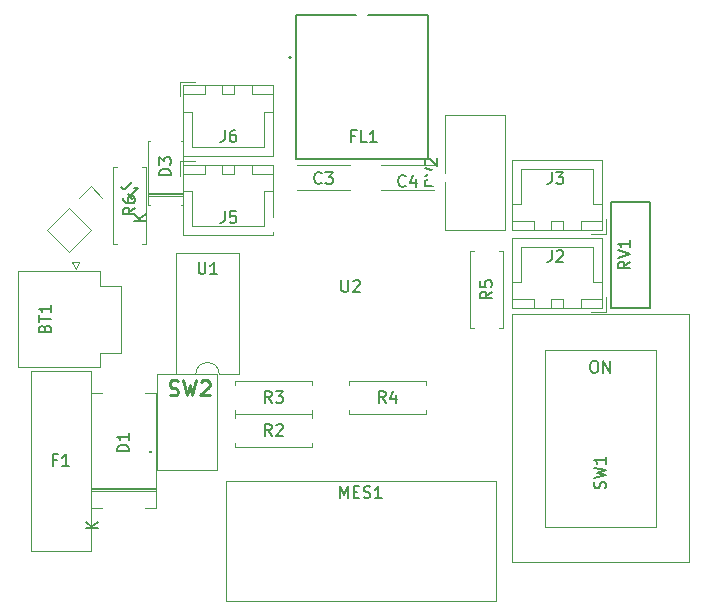
<source format=gto>
G04 #@! TF.GenerationSoftware,KiCad,Pcbnew,(5.1.10)-1*
G04 #@! TF.CreationDate,2022-02-14T20:21:52+09:00*
G04 #@! TF.ProjectId,Integrated_Power_Board,496e7465-6772-4617-9465-645f506f7765,rev?*
G04 #@! TF.SameCoordinates,Original*
G04 #@! TF.FileFunction,Legend,Top*
G04 #@! TF.FilePolarity,Positive*
%FSLAX46Y46*%
G04 Gerber Fmt 4.6, Leading zero omitted, Abs format (unit mm)*
G04 Created by KiCad (PCBNEW (5.1.10)-1) date 2022-02-14 20:21:52*
%MOMM*%
%LPD*%
G01*
G04 APERTURE LIST*
%ADD10C,0.120000*%
%ADD11C,0.200000*%
%ADD12C,0.100000*%
%ADD13C,0.127000*%
%ADD14C,0.150000*%
%ADD15C,0.254000*%
%ADD16O,1.700000X2.000000*%
%ADD17O,2.700000X1.500000*%
%ADD18O,1.600000X1.600000*%
%ADD19C,1.635000*%
%ADD20C,1.600000*%
%ADD21C,1.800000*%
%ADD22R,1.800000X1.800000*%
%ADD23O,4.000000X2.000000*%
%ADD24C,1.440000*%
%ADD25R,2.200000X2.200000*%
%ADD26O,2.200000X2.200000*%
%ADD27R,3.200000X3.200000*%
%ADD28O,3.200000X3.200000*%
%ADD29C,2.700000*%
G04 APERTURE END LIST*
D10*
X126365000Y-86638096D02*
X127305452Y-87578548D01*
X125424548Y-87578548D02*
X126365000Y-86638096D01*
X124526522Y-88476574D02*
X126407426Y-90357478D01*
X126407426Y-90357478D02*
X124568949Y-92195955D01*
X124526522Y-88476574D02*
X122688045Y-90315051D01*
X122688045Y-90315051D02*
X124568949Y-92195955D01*
X134219000Y-78058000D02*
X134219000Y-84028000D01*
X134219000Y-84028000D02*
X141839000Y-84028000D01*
X141839000Y-84028000D02*
X141839000Y-78058000D01*
X141839000Y-78058000D02*
X134219000Y-78058000D01*
X137529000Y-78068000D02*
X137529000Y-78818000D01*
X137529000Y-78818000D02*
X138529000Y-78818000D01*
X138529000Y-78818000D02*
X138529000Y-78068000D01*
X138529000Y-78068000D02*
X137529000Y-78068000D01*
X134229000Y-78068000D02*
X134229000Y-78818000D01*
X134229000Y-78818000D02*
X136029000Y-78818000D01*
X136029000Y-78818000D02*
X136029000Y-78068000D01*
X136029000Y-78068000D02*
X134229000Y-78068000D01*
X140029000Y-78068000D02*
X140029000Y-78818000D01*
X140029000Y-78818000D02*
X141829000Y-78818000D01*
X141829000Y-78818000D02*
X141829000Y-78068000D01*
X141829000Y-78068000D02*
X140029000Y-78068000D01*
X134229000Y-80318000D02*
X134979000Y-80318000D01*
X134979000Y-80318000D02*
X134979000Y-83268000D01*
X134979000Y-83268000D02*
X138029000Y-83268000D01*
X141829000Y-80318000D02*
X141079000Y-80318000D01*
X141079000Y-80318000D02*
X141079000Y-83268000D01*
X141079000Y-83268000D02*
X138029000Y-83268000D01*
X135179000Y-77768000D02*
X133929000Y-77768000D01*
X133929000Y-77768000D02*
X133929000Y-79018000D01*
X121285000Y-109855000D02*
X121285000Y-117475000D01*
X121285000Y-117475000D02*
X126365000Y-117475000D01*
X126365000Y-117475000D02*
X126365000Y-109855000D01*
X126365000Y-109855000D02*
X126365000Y-102235000D01*
X126365000Y-102235000D02*
X121285000Y-102235000D01*
X121285000Y-102235000D02*
X121285000Y-109855000D01*
X137271000Y-102549000D02*
X138921000Y-102549000D01*
X138921000Y-102549000D02*
X138921000Y-92269000D01*
X138921000Y-92269000D02*
X133621000Y-92269000D01*
X133621000Y-92269000D02*
X133621000Y-102549000D01*
X133621000Y-102549000D02*
X135271000Y-102549000D01*
X135271000Y-102549000D02*
G75*
G02*
X137271000Y-102549000I1000000J0D01*
G01*
X149225000Y-111544000D02*
X160655000Y-111544000D01*
X160655000Y-111544000D02*
X160655000Y-121704000D01*
X160655000Y-121704000D02*
X149225000Y-121704000D01*
X149225000Y-121704000D02*
X137795000Y-121704000D01*
X137795000Y-121704000D02*
X137795000Y-111544000D01*
X137795000Y-111544000D02*
X149225000Y-111544000D01*
D11*
X131393000Y-109093000D02*
X131393000Y-109093000D01*
X131493000Y-109093000D02*
X131493000Y-109093000D01*
X131393000Y-109093000D02*
X131393000Y-109093000D01*
D12*
X131953000Y-102488000D02*
X131953000Y-110618000D01*
X137033000Y-102488000D02*
X131953000Y-102488000D01*
X137033000Y-110618000D02*
X137033000Y-102488000D01*
X131953000Y-110618000D02*
X137033000Y-110618000D01*
D11*
X131493000Y-109093000D02*
G75*
G02*
X131393000Y-109093000I-50000J0D01*
G01*
X131393000Y-109093000D02*
G75*
G02*
X131493000Y-109093000I50000J0D01*
G01*
X131493000Y-109093000D02*
G75*
G02*
X131393000Y-109093000I-50000J0D01*
G01*
D10*
X138589000Y-103481000D02*
X138589000Y-103151000D01*
X138589000Y-103151000D02*
X145129000Y-103151000D01*
X145129000Y-103151000D02*
X145129000Y-103481000D01*
X138589000Y-105561000D02*
X138589000Y-105891000D01*
X138589000Y-105891000D02*
X145129000Y-105891000D01*
X145129000Y-105891000D02*
X145129000Y-105561000D01*
D13*
X154952000Y-84332000D02*
X143752000Y-84332000D01*
X143752000Y-84332000D02*
X143752000Y-72132000D01*
X154952000Y-72132000D02*
X154952000Y-84332000D01*
X143752000Y-72132000D02*
X148822000Y-72132000D01*
X149882000Y-72132000D02*
X154952000Y-72132000D01*
D11*
X143352000Y-75732000D02*
G75*
G03*
X143352000Y-75732000I-100000J0D01*
G01*
D10*
X150933000Y-84854000D02*
X150933000Y-84839000D01*
X150933000Y-86979000D02*
X150933000Y-86964000D01*
X155473000Y-84854000D02*
X155473000Y-84839000D01*
X155473000Y-86979000D02*
X155473000Y-86964000D01*
X155473000Y-84839000D02*
X150933000Y-84839000D01*
X155473000Y-86979000D02*
X150933000Y-86979000D01*
X148361000Y-86964000D02*
X148361000Y-86979000D01*
X148361000Y-84839000D02*
X148361000Y-84854000D01*
X143821000Y-86964000D02*
X143821000Y-86979000D01*
X143821000Y-84839000D02*
X143821000Y-84854000D01*
X143821000Y-86979000D02*
X148361000Y-86979000D01*
X143821000Y-84839000D02*
X148361000Y-84839000D01*
X169545000Y-97450000D02*
X162045000Y-97450000D01*
X162045000Y-97450000D02*
X162045000Y-118450000D01*
X162045000Y-118450000D02*
X177045000Y-118450000D01*
X177045000Y-118450000D02*
X177045000Y-97450000D01*
X177045000Y-97450000D02*
X169545000Y-97450000D01*
X169545000Y-100450000D02*
X164845000Y-100450000D01*
X164845000Y-100450000D02*
X164845000Y-115450000D01*
X164845000Y-115450000D02*
X174245000Y-115450000D01*
X174245000Y-115450000D02*
X174245000Y-100450000D01*
X174245000Y-100450000D02*
X169545000Y-100450000D01*
X156347000Y-90356000D02*
X156347000Y-80586000D01*
X161417000Y-90356000D02*
X161417000Y-80586000D01*
X156347000Y-90356000D02*
X161417000Y-90356000D01*
X156347000Y-80586000D02*
X161417000Y-80586000D01*
D14*
X170470000Y-87916000D02*
X170470000Y-96916000D01*
X173770000Y-87916000D02*
X173770000Y-96916000D01*
X173770000Y-96916000D02*
X170470000Y-96916000D01*
X173770000Y-87916000D02*
X170470000Y-87916000D01*
D10*
X128297000Y-91535000D02*
X128627000Y-91535000D01*
X128297000Y-84995000D02*
X128297000Y-91535000D01*
X128627000Y-84995000D02*
X128297000Y-84995000D01*
X131037000Y-91535000D02*
X130707000Y-91535000D01*
X131037000Y-84995000D02*
X131037000Y-91535000D01*
X130707000Y-84995000D02*
X131037000Y-84995000D01*
X160933000Y-92107000D02*
X161263000Y-92107000D01*
X161263000Y-92107000D02*
X161263000Y-98647000D01*
X161263000Y-98647000D02*
X160933000Y-98647000D01*
X158853000Y-92107000D02*
X158523000Y-92107000D01*
X158523000Y-92107000D02*
X158523000Y-98647000D01*
X158523000Y-98647000D02*
X158853000Y-98647000D01*
X154781000Y-105561000D02*
X154781000Y-105891000D01*
X154781000Y-105891000D02*
X148241000Y-105891000D01*
X148241000Y-105891000D02*
X148241000Y-105561000D01*
X154781000Y-103481000D02*
X154781000Y-103151000D01*
X154781000Y-103151000D02*
X148241000Y-103151000D01*
X148241000Y-103151000D02*
X148241000Y-103481000D01*
X145129000Y-108355000D02*
X145129000Y-108685000D01*
X145129000Y-108685000D02*
X138589000Y-108685000D01*
X138589000Y-108685000D02*
X138589000Y-108355000D01*
X145129000Y-106275000D02*
X145129000Y-105945000D01*
X145129000Y-105945000D02*
X138589000Y-105945000D01*
X138589000Y-105945000D02*
X138589000Y-106275000D01*
X134219000Y-84789000D02*
X134219000Y-90759000D01*
X134219000Y-90759000D02*
X141839000Y-90759000D01*
X141839000Y-90759000D02*
X141839000Y-84789000D01*
X141839000Y-84789000D02*
X134219000Y-84789000D01*
X137529000Y-84799000D02*
X137529000Y-85549000D01*
X137529000Y-85549000D02*
X138529000Y-85549000D01*
X138529000Y-85549000D02*
X138529000Y-84799000D01*
X138529000Y-84799000D02*
X137529000Y-84799000D01*
X134229000Y-84799000D02*
X134229000Y-85549000D01*
X134229000Y-85549000D02*
X136029000Y-85549000D01*
X136029000Y-85549000D02*
X136029000Y-84799000D01*
X136029000Y-84799000D02*
X134229000Y-84799000D01*
X140029000Y-84799000D02*
X140029000Y-85549000D01*
X140029000Y-85549000D02*
X141829000Y-85549000D01*
X141829000Y-85549000D02*
X141829000Y-84799000D01*
X141829000Y-84799000D02*
X140029000Y-84799000D01*
X134229000Y-87049000D02*
X134979000Y-87049000D01*
X134979000Y-87049000D02*
X134979000Y-89999000D01*
X134979000Y-89999000D02*
X138029000Y-89999000D01*
X141829000Y-87049000D02*
X141079000Y-87049000D01*
X141079000Y-87049000D02*
X141079000Y-89999000D01*
X141079000Y-89999000D02*
X138029000Y-89999000D01*
X135179000Y-84499000D02*
X133929000Y-84499000D01*
X133929000Y-84499000D02*
X133929000Y-85749000D01*
X169982000Y-90634000D02*
X169982000Y-89384000D01*
X168732000Y-90634000D02*
X169982000Y-90634000D01*
X162832000Y-85134000D02*
X165882000Y-85134000D01*
X162832000Y-88084000D02*
X162832000Y-85134000D01*
X162082000Y-88084000D02*
X162832000Y-88084000D01*
X168932000Y-85134000D02*
X165882000Y-85134000D01*
X168932000Y-88084000D02*
X168932000Y-85134000D01*
X169682000Y-88084000D02*
X168932000Y-88084000D01*
X162082000Y-90334000D02*
X163882000Y-90334000D01*
X162082000Y-89584000D02*
X162082000Y-90334000D01*
X163882000Y-89584000D02*
X162082000Y-89584000D01*
X163882000Y-90334000D02*
X163882000Y-89584000D01*
X167882000Y-90334000D02*
X169682000Y-90334000D01*
X167882000Y-89584000D02*
X167882000Y-90334000D01*
X169682000Y-89584000D02*
X167882000Y-89584000D01*
X169682000Y-90334000D02*
X169682000Y-89584000D01*
X165382000Y-90334000D02*
X166382000Y-90334000D01*
X165382000Y-89584000D02*
X165382000Y-90334000D01*
X166382000Y-89584000D02*
X165382000Y-89584000D01*
X166382000Y-90334000D02*
X166382000Y-89584000D01*
X162072000Y-90344000D02*
X169692000Y-90344000D01*
X162072000Y-84374000D02*
X162072000Y-90344000D01*
X169692000Y-84374000D02*
X162072000Y-84374000D01*
X169692000Y-90344000D02*
X169692000Y-84374000D01*
X169982000Y-97238000D02*
X169982000Y-95988000D01*
X168732000Y-97238000D02*
X169982000Y-97238000D01*
X162832000Y-91738000D02*
X165882000Y-91738000D01*
X162832000Y-94688000D02*
X162832000Y-91738000D01*
X162082000Y-94688000D02*
X162832000Y-94688000D01*
X168932000Y-91738000D02*
X165882000Y-91738000D01*
X168932000Y-94688000D02*
X168932000Y-91738000D01*
X169682000Y-94688000D02*
X168932000Y-94688000D01*
X162082000Y-96938000D02*
X163882000Y-96938000D01*
X162082000Y-96188000D02*
X162082000Y-96938000D01*
X163882000Y-96188000D02*
X162082000Y-96188000D01*
X163882000Y-96938000D02*
X163882000Y-96188000D01*
X167882000Y-96938000D02*
X169682000Y-96938000D01*
X167882000Y-96188000D02*
X167882000Y-96938000D01*
X169682000Y-96188000D02*
X167882000Y-96188000D01*
X169682000Y-96938000D02*
X169682000Y-96188000D01*
X165382000Y-96938000D02*
X166382000Y-96938000D01*
X165382000Y-96188000D02*
X165382000Y-96938000D01*
X166382000Y-96188000D02*
X165382000Y-96188000D01*
X166382000Y-96938000D02*
X166382000Y-96188000D01*
X162072000Y-96948000D02*
X169692000Y-96948000D01*
X162072000Y-90978000D02*
X162072000Y-96948000D01*
X169692000Y-90978000D02*
X162072000Y-90978000D01*
X169692000Y-96948000D02*
X169692000Y-90978000D01*
X131375000Y-88191000D02*
X131245000Y-88191000D01*
X131245000Y-88191000D02*
X131245000Y-82751000D01*
X131245000Y-82751000D02*
X131375000Y-82751000D01*
X134055000Y-88191000D02*
X134185000Y-88191000D01*
X134185000Y-88191000D02*
X134185000Y-82751000D01*
X134185000Y-82751000D02*
X134055000Y-82751000D01*
X131245000Y-87291000D02*
X134185000Y-87291000D01*
X131245000Y-87171000D02*
X134185000Y-87171000D01*
X131245000Y-87411000D02*
X134185000Y-87411000D01*
X127319000Y-113836000D02*
X126439000Y-113836000D01*
X126439000Y-113836000D02*
X126439000Y-104096000D01*
X126439000Y-104096000D02*
X127319000Y-104096000D01*
X130999000Y-113836000D02*
X131879000Y-113836000D01*
X131879000Y-113836000D02*
X131879000Y-104096000D01*
X131879000Y-104096000D02*
X130999000Y-104096000D01*
X126439000Y-112291000D02*
X131879000Y-112291000D01*
X126439000Y-112171000D02*
X131879000Y-112171000D01*
X126439000Y-112411000D02*
X131879000Y-112411000D01*
X120185000Y-93825000D02*
X127205000Y-93825000D01*
X127205000Y-93825000D02*
X127205000Y-95025000D01*
X127205000Y-95025000D02*
X128905000Y-95025000D01*
X128905000Y-95025000D02*
X128905000Y-100705000D01*
X128905000Y-100705000D02*
X127205000Y-100705000D01*
X127205000Y-100705000D02*
X127205000Y-101905000D01*
X127205000Y-101905000D02*
X120185000Y-101905000D01*
X120185000Y-101905000D02*
X120185000Y-93825000D01*
X125095000Y-93625000D02*
X124795000Y-93025000D01*
X124795000Y-93025000D02*
X125395000Y-93025000D01*
X125395000Y-93025000D02*
X125095000Y-93625000D01*
D14*
X129910635Y-86269726D02*
X129405559Y-86774802D01*
X129270872Y-86842146D01*
X129136185Y-86842146D01*
X129001498Y-86774802D01*
X128934155Y-86707459D01*
X129910635Y-87683940D02*
X129506574Y-87279879D01*
X129708605Y-87481909D02*
X130415712Y-86774802D01*
X130247353Y-86808474D01*
X130112666Y-86808474D01*
X130011651Y-86774802D01*
X137715666Y-81875380D02*
X137715666Y-82589666D01*
X137668047Y-82732523D01*
X137572809Y-82827761D01*
X137429952Y-82875380D01*
X137334714Y-82875380D01*
X138620428Y-81875380D02*
X138429952Y-81875380D01*
X138334714Y-81923000D01*
X138287095Y-81970619D01*
X138191857Y-82113476D01*
X138144238Y-82303952D01*
X138144238Y-82684904D01*
X138191857Y-82780142D01*
X138239476Y-82827761D01*
X138334714Y-82875380D01*
X138525190Y-82875380D01*
X138620428Y-82827761D01*
X138668047Y-82780142D01*
X138715666Y-82684904D01*
X138715666Y-82446809D01*
X138668047Y-82351571D01*
X138620428Y-82303952D01*
X138525190Y-82256333D01*
X138334714Y-82256333D01*
X138239476Y-82303952D01*
X138191857Y-82351571D01*
X138144238Y-82446809D01*
X123491666Y-109783571D02*
X123158333Y-109783571D01*
X123158333Y-110307380D02*
X123158333Y-109307380D01*
X123634523Y-109307380D01*
X124539285Y-110307380D02*
X123967857Y-110307380D01*
X124253571Y-110307380D02*
X124253571Y-109307380D01*
X124158333Y-109450238D01*
X124063095Y-109545476D01*
X123967857Y-109593095D01*
X135509095Y-93051380D02*
X135509095Y-93860904D01*
X135556714Y-93956142D01*
X135604333Y-94003761D01*
X135699571Y-94051380D01*
X135890047Y-94051380D01*
X135985285Y-94003761D01*
X136032904Y-93956142D01*
X136080523Y-93860904D01*
X136080523Y-93051380D01*
X137080523Y-94051380D02*
X136509095Y-94051380D01*
X136794809Y-94051380D02*
X136794809Y-93051380D01*
X136699571Y-93194238D01*
X136604333Y-93289476D01*
X136509095Y-93337095D01*
X147486904Y-113012380D02*
X147486904Y-112012380D01*
X147820238Y-112726666D01*
X148153571Y-112012380D01*
X148153571Y-113012380D01*
X148629761Y-112488571D02*
X148963095Y-112488571D01*
X149105952Y-113012380D02*
X148629761Y-113012380D01*
X148629761Y-112012380D01*
X149105952Y-112012380D01*
X149486904Y-112964761D02*
X149629761Y-113012380D01*
X149867857Y-113012380D01*
X149963095Y-112964761D01*
X150010714Y-112917142D01*
X150058333Y-112821904D01*
X150058333Y-112726666D01*
X150010714Y-112631428D01*
X149963095Y-112583809D01*
X149867857Y-112536190D01*
X149677380Y-112488571D01*
X149582142Y-112440952D01*
X149534523Y-112393333D01*
X149486904Y-112298095D01*
X149486904Y-112202857D01*
X149534523Y-112107619D01*
X149582142Y-112060000D01*
X149677380Y-112012380D01*
X149915476Y-112012380D01*
X150058333Y-112060000D01*
X151010714Y-113012380D02*
X150439285Y-113012380D01*
X150725000Y-113012380D02*
X150725000Y-112012380D01*
X150629761Y-112155238D01*
X150534523Y-112250476D01*
X150439285Y-112298095D01*
D15*
X133053666Y-104273047D02*
X133235095Y-104333523D01*
X133537476Y-104333523D01*
X133658428Y-104273047D01*
X133718904Y-104212571D01*
X133779380Y-104091619D01*
X133779380Y-103970666D01*
X133718904Y-103849714D01*
X133658428Y-103789238D01*
X133537476Y-103728761D01*
X133295571Y-103668285D01*
X133174619Y-103607809D01*
X133114142Y-103547333D01*
X133053666Y-103426380D01*
X133053666Y-103305428D01*
X133114142Y-103184476D01*
X133174619Y-103124000D01*
X133295571Y-103063523D01*
X133597952Y-103063523D01*
X133779380Y-103124000D01*
X134202714Y-103063523D02*
X134505095Y-104333523D01*
X134747000Y-103426380D01*
X134988904Y-104333523D01*
X135291285Y-103063523D01*
X135714619Y-103184476D02*
X135775095Y-103124000D01*
X135896047Y-103063523D01*
X136198428Y-103063523D01*
X136319380Y-103124000D01*
X136379857Y-103184476D01*
X136440333Y-103305428D01*
X136440333Y-103426380D01*
X136379857Y-103607809D01*
X135654142Y-104333523D01*
X136440333Y-104333523D01*
D14*
X141692333Y-104973380D02*
X141359000Y-104497190D01*
X141120904Y-104973380D02*
X141120904Y-103973380D01*
X141501857Y-103973380D01*
X141597095Y-104021000D01*
X141644714Y-104068619D01*
X141692333Y-104163857D01*
X141692333Y-104306714D01*
X141644714Y-104401952D01*
X141597095Y-104449571D01*
X141501857Y-104497190D01*
X141120904Y-104497190D01*
X142025666Y-103973380D02*
X142644714Y-103973380D01*
X142311380Y-104354333D01*
X142454238Y-104354333D01*
X142549476Y-104401952D01*
X142597095Y-104449571D01*
X142644714Y-104544809D01*
X142644714Y-104782904D01*
X142597095Y-104878142D01*
X142549476Y-104925761D01*
X142454238Y-104973380D01*
X142168523Y-104973380D01*
X142073285Y-104925761D01*
X142025666Y-104878142D01*
X148740904Y-82351571D02*
X148407571Y-82351571D01*
X148407571Y-82875380D02*
X148407571Y-81875380D01*
X148883761Y-81875380D01*
X149740904Y-82875380D02*
X149264714Y-82875380D01*
X149264714Y-81875380D01*
X150598047Y-82875380D02*
X150026619Y-82875380D01*
X150312333Y-82875380D02*
X150312333Y-81875380D01*
X150217095Y-82018238D01*
X150121857Y-82113476D01*
X150026619Y-82161095D01*
X147609095Y-94575380D02*
X147609095Y-95384904D01*
X147656714Y-95480142D01*
X147704333Y-95527761D01*
X147799571Y-95575380D01*
X147990047Y-95575380D01*
X148085285Y-95527761D01*
X148132904Y-95480142D01*
X148180523Y-95384904D01*
X148180523Y-94575380D01*
X148609095Y-94670619D02*
X148656714Y-94623000D01*
X148751952Y-94575380D01*
X148990047Y-94575380D01*
X149085285Y-94623000D01*
X149132904Y-94670619D01*
X149180523Y-94765857D01*
X149180523Y-94861095D01*
X149132904Y-95003952D01*
X148561476Y-95575380D01*
X149180523Y-95575380D01*
X153036333Y-86590142D02*
X152988714Y-86637761D01*
X152845857Y-86685380D01*
X152750619Y-86685380D01*
X152607761Y-86637761D01*
X152512523Y-86542523D01*
X152464904Y-86447285D01*
X152417285Y-86256809D01*
X152417285Y-86113952D01*
X152464904Y-85923476D01*
X152512523Y-85828238D01*
X152607761Y-85733000D01*
X152750619Y-85685380D01*
X152845857Y-85685380D01*
X152988714Y-85733000D01*
X153036333Y-85780619D01*
X153893476Y-86018714D02*
X153893476Y-86685380D01*
X153655380Y-85637761D02*
X153417285Y-86352047D01*
X154036333Y-86352047D01*
X145924333Y-86336142D02*
X145876714Y-86383761D01*
X145733857Y-86431380D01*
X145638619Y-86431380D01*
X145495761Y-86383761D01*
X145400523Y-86288523D01*
X145352904Y-86193285D01*
X145305285Y-86002809D01*
X145305285Y-85859952D01*
X145352904Y-85669476D01*
X145400523Y-85574238D01*
X145495761Y-85479000D01*
X145638619Y-85431380D01*
X145733857Y-85431380D01*
X145876714Y-85479000D01*
X145924333Y-85526619D01*
X146257666Y-85431380D02*
X146876714Y-85431380D01*
X146543380Y-85812333D01*
X146686238Y-85812333D01*
X146781476Y-85859952D01*
X146829095Y-85907571D01*
X146876714Y-86002809D01*
X146876714Y-86240904D01*
X146829095Y-86336142D01*
X146781476Y-86383761D01*
X146686238Y-86431380D01*
X146400523Y-86431380D01*
X146305285Y-86383761D01*
X146257666Y-86336142D01*
X169949761Y-112204333D02*
X169997380Y-112061476D01*
X169997380Y-111823380D01*
X169949761Y-111728142D01*
X169902142Y-111680523D01*
X169806904Y-111632904D01*
X169711666Y-111632904D01*
X169616428Y-111680523D01*
X169568809Y-111728142D01*
X169521190Y-111823380D01*
X169473571Y-112013857D01*
X169425952Y-112109095D01*
X169378333Y-112156714D01*
X169283095Y-112204333D01*
X169187857Y-112204333D01*
X169092619Y-112156714D01*
X169045000Y-112109095D01*
X168997380Y-112013857D01*
X168997380Y-111775761D01*
X169045000Y-111632904D01*
X168997380Y-111299571D02*
X169997380Y-111061476D01*
X169283095Y-110871000D01*
X169997380Y-110680523D01*
X168997380Y-110442428D01*
X169997380Y-109537666D02*
X169997380Y-110109095D01*
X169997380Y-109823380D02*
X168997380Y-109823380D01*
X169140238Y-109918619D01*
X169235476Y-110013857D01*
X169283095Y-110109095D01*
X168925952Y-101402380D02*
X169116428Y-101402380D01*
X169211666Y-101450000D01*
X169306904Y-101545238D01*
X169354523Y-101735714D01*
X169354523Y-102069047D01*
X169306904Y-102259523D01*
X169211666Y-102354761D01*
X169116428Y-102402380D01*
X168925952Y-102402380D01*
X168830714Y-102354761D01*
X168735476Y-102259523D01*
X168687857Y-102069047D01*
X168687857Y-101735714D01*
X168735476Y-101545238D01*
X168830714Y-101450000D01*
X168925952Y-101402380D01*
X169783095Y-102402380D02*
X169783095Y-101402380D01*
X170354523Y-102402380D01*
X170354523Y-101402380D01*
X155669380Y-86066238D02*
X155193190Y-86399571D01*
X155669380Y-86637666D02*
X154669380Y-86637666D01*
X154669380Y-86256714D01*
X154717000Y-86161476D01*
X154764619Y-86113857D01*
X154859857Y-86066238D01*
X155002714Y-86066238D01*
X155097952Y-86113857D01*
X155145571Y-86161476D01*
X155193190Y-86256714D01*
X155193190Y-86637666D01*
X154669380Y-85780523D02*
X155669380Y-85447190D01*
X154669380Y-85113857D01*
X154764619Y-84828142D02*
X154717000Y-84780523D01*
X154669380Y-84685285D01*
X154669380Y-84447190D01*
X154717000Y-84351952D01*
X154764619Y-84304333D01*
X154859857Y-84256714D01*
X154955095Y-84256714D01*
X155097952Y-84304333D01*
X155669380Y-84875761D01*
X155669380Y-84256714D01*
X172029380Y-93011238D02*
X171553190Y-93344571D01*
X172029380Y-93582666D02*
X171029380Y-93582666D01*
X171029380Y-93201714D01*
X171077000Y-93106476D01*
X171124619Y-93058857D01*
X171219857Y-93011238D01*
X171362714Y-93011238D01*
X171457952Y-93058857D01*
X171505571Y-93106476D01*
X171553190Y-93201714D01*
X171553190Y-93582666D01*
X171029380Y-92725523D02*
X172029380Y-92392190D01*
X171029380Y-92058857D01*
X172029380Y-91201714D02*
X172029380Y-91773142D01*
X172029380Y-91487428D02*
X171029380Y-91487428D01*
X171172238Y-91582666D01*
X171267476Y-91677904D01*
X171315095Y-91773142D01*
X130119380Y-88431666D02*
X129643190Y-88765000D01*
X130119380Y-89003095D02*
X129119380Y-89003095D01*
X129119380Y-88622142D01*
X129167000Y-88526904D01*
X129214619Y-88479285D01*
X129309857Y-88431666D01*
X129452714Y-88431666D01*
X129547952Y-88479285D01*
X129595571Y-88526904D01*
X129643190Y-88622142D01*
X129643190Y-89003095D01*
X129119380Y-87574523D02*
X129119380Y-87765000D01*
X129167000Y-87860238D01*
X129214619Y-87907857D01*
X129357476Y-88003095D01*
X129547952Y-88050714D01*
X129928904Y-88050714D01*
X130024142Y-88003095D01*
X130071761Y-87955476D01*
X130119380Y-87860238D01*
X130119380Y-87669761D01*
X130071761Y-87574523D01*
X130024142Y-87526904D01*
X129928904Y-87479285D01*
X129690809Y-87479285D01*
X129595571Y-87526904D01*
X129547952Y-87574523D01*
X129500333Y-87669761D01*
X129500333Y-87860238D01*
X129547952Y-87955476D01*
X129595571Y-88003095D01*
X129690809Y-88050714D01*
X160345380Y-95543666D02*
X159869190Y-95877000D01*
X160345380Y-96115095D02*
X159345380Y-96115095D01*
X159345380Y-95734142D01*
X159393000Y-95638904D01*
X159440619Y-95591285D01*
X159535857Y-95543666D01*
X159678714Y-95543666D01*
X159773952Y-95591285D01*
X159821571Y-95638904D01*
X159869190Y-95734142D01*
X159869190Y-96115095D01*
X159345380Y-94638904D02*
X159345380Y-95115095D01*
X159821571Y-95162714D01*
X159773952Y-95115095D01*
X159726333Y-95019857D01*
X159726333Y-94781761D01*
X159773952Y-94686523D01*
X159821571Y-94638904D01*
X159916809Y-94591285D01*
X160154904Y-94591285D01*
X160250142Y-94638904D01*
X160297761Y-94686523D01*
X160345380Y-94781761D01*
X160345380Y-95019857D01*
X160297761Y-95115095D01*
X160250142Y-95162714D01*
X151344333Y-104973380D02*
X151011000Y-104497190D01*
X150772904Y-104973380D02*
X150772904Y-103973380D01*
X151153857Y-103973380D01*
X151249095Y-104021000D01*
X151296714Y-104068619D01*
X151344333Y-104163857D01*
X151344333Y-104306714D01*
X151296714Y-104401952D01*
X151249095Y-104449571D01*
X151153857Y-104497190D01*
X150772904Y-104497190D01*
X152201476Y-104306714D02*
X152201476Y-104973380D01*
X151963380Y-103925761D02*
X151725285Y-104640047D01*
X152344333Y-104640047D01*
X141692333Y-107767380D02*
X141359000Y-107291190D01*
X141120904Y-107767380D02*
X141120904Y-106767380D01*
X141501857Y-106767380D01*
X141597095Y-106815000D01*
X141644714Y-106862619D01*
X141692333Y-106957857D01*
X141692333Y-107100714D01*
X141644714Y-107195952D01*
X141597095Y-107243571D01*
X141501857Y-107291190D01*
X141120904Y-107291190D01*
X142073285Y-106862619D02*
X142120904Y-106815000D01*
X142216142Y-106767380D01*
X142454238Y-106767380D01*
X142549476Y-106815000D01*
X142597095Y-106862619D01*
X142644714Y-106957857D01*
X142644714Y-107053095D01*
X142597095Y-107195952D01*
X142025666Y-107767380D01*
X142644714Y-107767380D01*
X137715666Y-88733380D02*
X137715666Y-89447666D01*
X137668047Y-89590523D01*
X137572809Y-89685761D01*
X137429952Y-89733380D01*
X137334714Y-89733380D01*
X138668047Y-88733380D02*
X138191857Y-88733380D01*
X138144238Y-89209571D01*
X138191857Y-89161952D01*
X138287095Y-89114333D01*
X138525190Y-89114333D01*
X138620428Y-89161952D01*
X138668047Y-89209571D01*
X138715666Y-89304809D01*
X138715666Y-89542904D01*
X138668047Y-89638142D01*
X138620428Y-89685761D01*
X138525190Y-89733380D01*
X138287095Y-89733380D01*
X138191857Y-89685761D01*
X138144238Y-89638142D01*
X165401666Y-85431380D02*
X165401666Y-86145666D01*
X165354047Y-86288523D01*
X165258809Y-86383761D01*
X165115952Y-86431380D01*
X165020714Y-86431380D01*
X165782619Y-85431380D02*
X166401666Y-85431380D01*
X166068333Y-85812333D01*
X166211190Y-85812333D01*
X166306428Y-85859952D01*
X166354047Y-85907571D01*
X166401666Y-86002809D01*
X166401666Y-86240904D01*
X166354047Y-86336142D01*
X166306428Y-86383761D01*
X166211190Y-86431380D01*
X165925476Y-86431380D01*
X165830238Y-86383761D01*
X165782619Y-86336142D01*
X165401666Y-92035380D02*
X165401666Y-92749666D01*
X165354047Y-92892523D01*
X165258809Y-92987761D01*
X165115952Y-93035380D01*
X165020714Y-93035380D01*
X165830238Y-92130619D02*
X165877857Y-92083000D01*
X165973095Y-92035380D01*
X166211190Y-92035380D01*
X166306428Y-92083000D01*
X166354047Y-92130619D01*
X166401666Y-92225857D01*
X166401666Y-92321095D01*
X166354047Y-92463952D01*
X165782619Y-93035380D01*
X166401666Y-93035380D01*
X133167380Y-85701095D02*
X132167380Y-85701095D01*
X132167380Y-85463000D01*
X132215000Y-85320142D01*
X132310238Y-85224904D01*
X132405476Y-85177285D01*
X132595952Y-85129666D01*
X132738809Y-85129666D01*
X132929285Y-85177285D01*
X133024523Y-85224904D01*
X133119761Y-85320142D01*
X133167380Y-85463000D01*
X133167380Y-85701095D01*
X132167380Y-84796333D02*
X132167380Y-84177285D01*
X132548333Y-84510619D01*
X132548333Y-84367761D01*
X132595952Y-84272523D01*
X132643571Y-84224904D01*
X132738809Y-84177285D01*
X132976904Y-84177285D01*
X133072142Y-84224904D01*
X133119761Y-84272523D01*
X133167380Y-84367761D01*
X133167380Y-84653476D01*
X133119761Y-84748714D01*
X133072142Y-84796333D01*
X131067380Y-89542904D02*
X130067380Y-89542904D01*
X131067380Y-88971476D02*
X130495952Y-89400047D01*
X130067380Y-88971476D02*
X130638809Y-89542904D01*
X129611380Y-109069095D02*
X128611380Y-109069095D01*
X128611380Y-108831000D01*
X128659000Y-108688142D01*
X128754238Y-108592904D01*
X128849476Y-108545285D01*
X129039952Y-108497666D01*
X129182809Y-108497666D01*
X129373285Y-108545285D01*
X129468523Y-108592904D01*
X129563761Y-108688142D01*
X129611380Y-108831000D01*
X129611380Y-109069095D01*
X129611380Y-107545285D02*
X129611380Y-108116714D01*
X129611380Y-107831000D02*
X128611380Y-107831000D01*
X128754238Y-107926238D01*
X128849476Y-108021476D01*
X128897095Y-108116714D01*
X127011380Y-115577904D02*
X126011380Y-115577904D01*
X127011380Y-115006476D02*
X126439952Y-115435047D01*
X126011380Y-115006476D02*
X126582809Y-115577904D01*
X122483571Y-98650714D02*
X122531190Y-98507857D01*
X122578809Y-98460238D01*
X122674047Y-98412619D01*
X122816904Y-98412619D01*
X122912142Y-98460238D01*
X122959761Y-98507857D01*
X123007380Y-98603095D01*
X123007380Y-98984047D01*
X122007380Y-98984047D01*
X122007380Y-98650714D01*
X122055000Y-98555476D01*
X122102619Y-98507857D01*
X122197857Y-98460238D01*
X122293095Y-98460238D01*
X122388333Y-98507857D01*
X122435952Y-98555476D01*
X122483571Y-98650714D01*
X122483571Y-98984047D01*
X122007380Y-98126904D02*
X122007380Y-97555476D01*
X123007380Y-97841190D02*
X122007380Y-97841190D01*
X123007380Y-96698333D02*
X123007380Y-97269761D01*
X123007380Y-96984047D02*
X122007380Y-96984047D01*
X122150238Y-97079285D01*
X122245476Y-97174523D01*
X122293095Y-97269761D01*
%LPC*%
G36*
G01*
X123967908Y-89714010D02*
X123967908Y-89714010D01*
G75*
G02*
X125169990Y-89714010I601041J-601041D01*
G01*
X125169990Y-89714010D01*
G75*
G02*
X125169990Y-90916092I-601041J-601041D01*
G01*
X125169990Y-90916092D01*
G75*
G02*
X123967908Y-90916092I-601041J601041D01*
G01*
X123967908Y-90916092D01*
G75*
G02*
X123967908Y-89714010I601041J601041D01*
G01*
G37*
D12*
G36*
X125162918Y-88519000D02*
G01*
X126365000Y-87316918D01*
X127567082Y-88519000D01*
X126365000Y-89721082D01*
X125162918Y-88519000D01*
G37*
G36*
G01*
X135929000Y-81268000D02*
X135929000Y-79768000D01*
G75*
G02*
X136179000Y-79518000I250000J0D01*
G01*
X137379000Y-79518000D01*
G75*
G02*
X137629000Y-79768000I0J-250000D01*
G01*
X137629000Y-81268000D01*
G75*
G02*
X137379000Y-81518000I-250000J0D01*
G01*
X136179000Y-81518000D01*
G75*
G02*
X135929000Y-81268000I0J250000D01*
G01*
G37*
D16*
X139279000Y-80518000D03*
D17*
X123825000Y-104005000D03*
X123825000Y-107705000D03*
X123825000Y-112005000D03*
X123825000Y-115705000D03*
D18*
X132461000Y-93599000D03*
X140081000Y-98679000D03*
X132461000Y-96139000D03*
X140081000Y-96139000D03*
X132461000Y-98679000D03*
X140081000Y-93599000D03*
X132461000Y-101219000D03*
D19*
X134493000Y-106553000D03*
X134493000Y-109093000D03*
D20*
X138049000Y-104521000D03*
D18*
X145669000Y-104521000D03*
D21*
X149352000Y-73232000D03*
X149352000Y-78232000D03*
X151852000Y-80732000D03*
X146852000Y-80732000D03*
X151852000Y-75732000D03*
D22*
X146852000Y-75732000D03*
D12*
G36*
X147485000Y-90776000D02*
G01*
X147485000Y-89006000D01*
X151555000Y-89006000D01*
X151555000Y-90776000D01*
X147485000Y-90776000D01*
G37*
G36*
X142905000Y-90776000D02*
G01*
X142905000Y-89006000D01*
X146975000Y-89006000D01*
X146975000Y-90776000D01*
X142905000Y-90776000D01*
G37*
G36*
X152090000Y-93071000D02*
G01*
X152090000Y-89001000D01*
X153860000Y-89001000D01*
X153860000Y-93071000D01*
X152090000Y-93071000D01*
G37*
G36*
X152475000Y-97361000D02*
G01*
X152475000Y-96161000D01*
X153475000Y-96161000D01*
X153475000Y-97361000D01*
X152475000Y-97361000D01*
G37*
G36*
X153975000Y-97361000D02*
G01*
X153975000Y-96161000D01*
X155475000Y-96161000D01*
X155475000Y-97361000D01*
X153975000Y-97361000D01*
G37*
G36*
X150065000Y-90371000D02*
G01*
X150065000Y-87371000D01*
X151265000Y-87371000D01*
X151265000Y-90371000D01*
X150065000Y-90371000D01*
G37*
G36*
X147775000Y-90371000D02*
G01*
X147775000Y-87371000D01*
X148975000Y-87371000D01*
X148975000Y-90371000D01*
X147775000Y-90371000D01*
G37*
G36*
X145485000Y-90371000D02*
G01*
X145485000Y-87371000D01*
X146685000Y-87371000D01*
X146685000Y-90371000D01*
X145485000Y-90371000D01*
G37*
G36*
X141275000Y-90491000D02*
G01*
X141275000Y-89291000D01*
X144275000Y-89291000D01*
X144275000Y-90491000D01*
X141275000Y-90491000D01*
G37*
G36*
X152475000Y-90491000D02*
G01*
X152475000Y-89291000D01*
X155475000Y-89291000D01*
X155475000Y-90491000D01*
X152475000Y-90491000D01*
G37*
G36*
X152475000Y-95071000D02*
G01*
X152475000Y-93871000D01*
X155475000Y-93871000D01*
X155475000Y-95071000D01*
X152475000Y-95071000D01*
G37*
G36*
X152475000Y-99651000D02*
G01*
X152475000Y-98451000D01*
X155475000Y-98451000D01*
X155475000Y-99651000D01*
X152475000Y-99651000D01*
G37*
G36*
X141275000Y-95071000D02*
G01*
X141275000Y-93871000D01*
X144275000Y-93871000D01*
X144275000Y-95071000D01*
X141275000Y-95071000D01*
G37*
G36*
X141275000Y-97361000D02*
G01*
X141275000Y-96161000D01*
X144275000Y-96161000D01*
X144275000Y-97361000D01*
X141275000Y-97361000D01*
G37*
G36*
X141275000Y-99651000D02*
G01*
X141275000Y-98451000D01*
X144275000Y-98451000D01*
X144275000Y-99651000D01*
X141275000Y-99651000D01*
G37*
G36*
X150065000Y-101571000D02*
G01*
X150065000Y-98571000D01*
X151265000Y-98571000D01*
X151265000Y-101571000D01*
X150065000Y-101571000D01*
G37*
G36*
X147775000Y-101571000D02*
G01*
X147775000Y-98571000D01*
X148975000Y-98571000D01*
X148975000Y-101571000D01*
X147775000Y-101571000D01*
G37*
G36*
X145485000Y-101571000D02*
G01*
X145485000Y-98571000D01*
X146685000Y-98571000D01*
X146685000Y-101571000D01*
X145485000Y-101571000D01*
G37*
D20*
X155703000Y-85909000D03*
X150703000Y-85909000D03*
X143591000Y-85909000D03*
X148591000Y-85909000D03*
X137501000Y-97409000D03*
X135001000Y-97409000D03*
D23*
X169545000Y-107950000D03*
X169545000Y-113950000D03*
D24*
X158877000Y-82931000D03*
X158877000Y-85471000D03*
X158877000Y-88011000D03*
D20*
X172720000Y-89916000D03*
X171520000Y-94916000D03*
D18*
X129667000Y-92075000D03*
D20*
X129667000Y-84455000D03*
X159893000Y-91567000D03*
D18*
X159893000Y-99187000D03*
D20*
X155321000Y-104521000D03*
D18*
X147701000Y-104521000D03*
D20*
X145669000Y-107315000D03*
D18*
X138049000Y-107315000D03*
G36*
G01*
X135929000Y-87999000D02*
X135929000Y-86499000D01*
G75*
G02*
X136179000Y-86249000I250000J0D01*
G01*
X137379000Y-86249000D01*
G75*
G02*
X137629000Y-86499000I0J-250000D01*
G01*
X137629000Y-87999000D01*
G75*
G02*
X137379000Y-88249000I-250000J0D01*
G01*
X136179000Y-88249000D01*
G75*
G02*
X135929000Y-87999000I0J250000D01*
G01*
G37*
D16*
X139279000Y-87249000D03*
X164632000Y-87884000D03*
G36*
G01*
X167982000Y-87134000D02*
X167982000Y-88634000D01*
G75*
G02*
X167732000Y-88884000I-250000J0D01*
G01*
X166532000Y-88884000D01*
G75*
G02*
X166282000Y-88634000I0J250000D01*
G01*
X166282000Y-87134000D01*
G75*
G02*
X166532000Y-86884000I250000J0D01*
G01*
X167732000Y-86884000D01*
G75*
G02*
X167982000Y-87134000I0J-250000D01*
G01*
G37*
X164632000Y-94488000D03*
G36*
G01*
X167982000Y-93738000D02*
X167982000Y-95238000D01*
G75*
G02*
X167732000Y-95488000I-250000J0D01*
G01*
X166532000Y-95488000D01*
G75*
G02*
X166282000Y-95238000I0J250000D01*
G01*
X166282000Y-93738000D01*
G75*
G02*
X166532000Y-93488000I250000J0D01*
G01*
X167732000Y-93488000D01*
G75*
G02*
X167982000Y-93738000I0J-250000D01*
G01*
G37*
D25*
X132715000Y-89281000D03*
D26*
X132715000Y-81661000D03*
D27*
X129159000Y-115316000D03*
D28*
X129159000Y-102616000D03*
G36*
G01*
X123995001Y-94535000D02*
X126194999Y-94535000D01*
G75*
G02*
X126445000Y-94785001I0J-250001D01*
G01*
X126445000Y-96984999D01*
G75*
G02*
X126194999Y-97235000I-250001J0D01*
G01*
X123995001Y-97235000D01*
G75*
G02*
X123745000Y-96984999I0J250001D01*
G01*
X123745000Y-94785001D01*
G75*
G02*
X123995001Y-94535000I250001J0D01*
G01*
G37*
D29*
X125095000Y-99845000D03*
M02*

</source>
